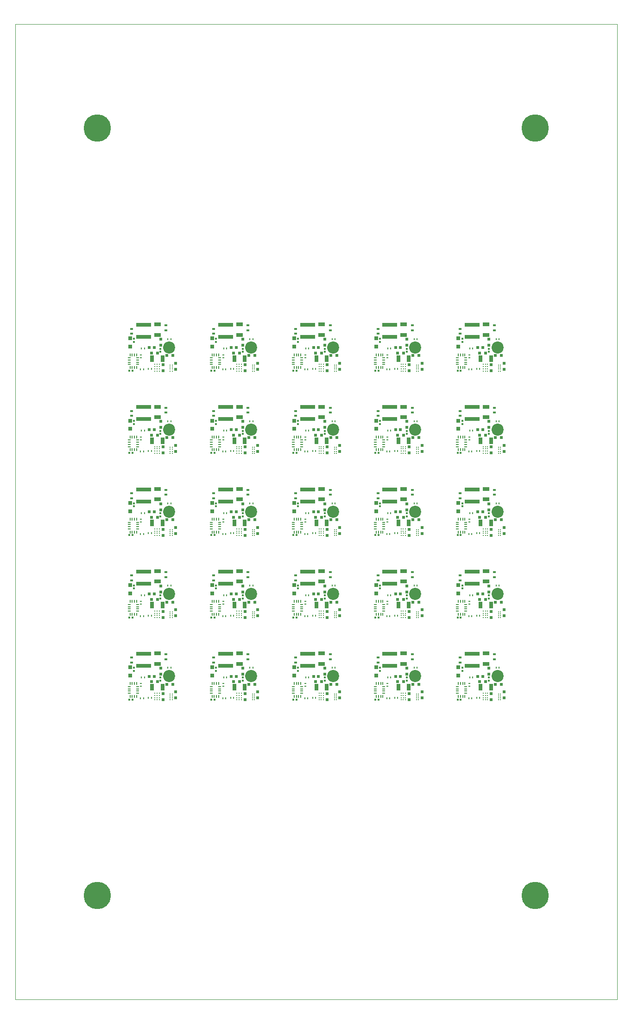
<source format=gbr>
G04 #@! TF.FileFunction,Paste,Bot*
%FSLAX46Y46*%
G04 Gerber Fmt 4.6, Leading zero omitted, Abs format (unit mm)*
G04 Created by KiCad (PCBNEW 4.0.7) date 03/09/18 11:46:10*
%MOMM*%
%LPD*%
G01*
G04 APERTURE LIST*
%ADD10C,0.100000*%
%ADD11C,0.010000*%
%ADD12R,0.500000X0.600000*%
%ADD13R,0.600000X0.500000*%
%ADD14R,0.350000X0.300000*%
%ADD15R,0.250000X0.300000*%
%ADD16R,1.300000X0.700000*%
%ADD17R,0.700000X1.300000*%
%ADD18C,0.230000*%
%ADD19C,0.200000*%
%ADD20R,0.300000X0.350000*%
%ADD21R,0.280000X0.430000*%
%ADD22R,2.700000X0.800000*%
%ADD23R,0.750000X0.800000*%
%ADD24R,0.600000X0.400000*%
%ADD25R,0.430000X0.280000*%
%ADD26R,0.563000X0.225000*%
%ADD27R,0.225000X0.563000*%
%ADD28C,2.200000*%
%ADD29C,5.000000*%
G04 APERTURE END LIST*
D10*
D11*
X-10000000Y134000000D02*
X100000000Y134000000D01*
X-10000000Y-44000000D02*
X100000000Y-44000000D01*
X100000000Y-44000000D02*
X100000000Y134000000D01*
X-10000000Y-44000000D02*
X-10000000Y134000000D01*
D12*
X74531980Y14998400D03*
X75431980Y14998400D03*
D13*
X78816560Y13535320D03*
X77716560Y13535320D03*
D14*
X76580000Y14770000D03*
X76580000Y14210000D03*
D12*
X76589800Y15395820D03*
X76589800Y16495820D03*
D15*
X77920080Y16527480D03*
X78470080Y16527480D03*
D14*
X71710000Y16570000D03*
X71710000Y16010000D03*
D16*
X76030000Y17280000D03*
X76030000Y19180000D03*
D12*
X77030000Y11830000D03*
X77030000Y10730000D03*
D17*
X75050000Y12990000D03*
X76950000Y12990000D03*
D18*
X75940000Y11500000D03*
X75540000Y11500000D03*
X76340000Y11500000D03*
X75940000Y11900000D03*
X75958000Y11100000D03*
X75940000Y10700000D03*
X75540000Y10700000D03*
X75540000Y11100000D03*
X76340000Y11100000D03*
X76340000Y10700000D03*
X76340000Y11900000D03*
X75540000Y11900000D03*
D12*
X79343160Y12127020D03*
X79343160Y11027020D03*
D19*
X78705000Y11755000D03*
X78355000Y11755000D03*
X78705000Y11405000D03*
X78355000Y11405000D03*
X78705000Y11055000D03*
X78355000Y11055000D03*
X78705000Y10705000D03*
X78355000Y10705000D03*
D13*
X76000000Y14010000D03*
X74900000Y14010000D03*
D20*
X71420000Y10750000D03*
X70860000Y10750000D03*
D21*
X73106540Y14795200D03*
X73626540Y14795200D03*
X73450000Y10990000D03*
X72930000Y10990000D03*
X74890000Y11080000D03*
X74370000Y11080000D03*
D22*
X73480000Y19110000D03*
X73480000Y16910000D03*
D23*
X71000000Y15140000D03*
X71000000Y16640000D03*
D24*
X71290000Y17500000D03*
X71290000Y18400000D03*
X77580000Y19020000D03*
X77580000Y18120000D03*
D25*
X73020000Y13670000D03*
X73020000Y13150000D03*
D26*
X70831500Y11900000D03*
X70831500Y12300000D03*
X70831500Y12700000D03*
X70831500Y13100000D03*
D27*
X71000000Y13668500D03*
X71400000Y13668500D03*
X71800000Y13668500D03*
X72200000Y13668500D03*
D26*
X72368500Y13100000D03*
X72368500Y12700000D03*
X72368500Y12300000D03*
X72368500Y11900000D03*
D27*
X72200000Y11331500D03*
X71800000Y11331500D03*
X71400000Y11331500D03*
X71000000Y11331500D03*
D26*
X55831500Y11900000D03*
X55831500Y12300000D03*
X55831500Y12700000D03*
X55831500Y13100000D03*
D27*
X56000000Y13668500D03*
X56400000Y13668500D03*
X56800000Y13668500D03*
X57200000Y13668500D03*
D26*
X57368500Y13100000D03*
X57368500Y12700000D03*
X57368500Y12300000D03*
X57368500Y11900000D03*
D27*
X57200000Y11331500D03*
X56800000Y11331500D03*
X56400000Y11331500D03*
X56000000Y11331500D03*
D25*
X58020000Y13670000D03*
X58020000Y13150000D03*
D24*
X62580000Y19020000D03*
X62580000Y18120000D03*
X56290000Y17500000D03*
X56290000Y18400000D03*
D23*
X56000000Y15140000D03*
X56000000Y16640000D03*
D22*
X58480000Y19110000D03*
X58480000Y16910000D03*
D21*
X59890000Y11080000D03*
X59370000Y11080000D03*
X58450000Y10990000D03*
X57930000Y10990000D03*
X58106540Y14795200D03*
X58626540Y14795200D03*
D20*
X56420000Y10750000D03*
X55860000Y10750000D03*
D13*
X61000000Y14010000D03*
X59900000Y14010000D03*
D19*
X63705000Y11755000D03*
X63355000Y11755000D03*
X63705000Y11405000D03*
X63355000Y11405000D03*
X63705000Y11055000D03*
X63355000Y11055000D03*
X63705000Y10705000D03*
X63355000Y10705000D03*
D12*
X64343160Y12127020D03*
X64343160Y11027020D03*
D18*
X60940000Y11500000D03*
X60540000Y11500000D03*
X61340000Y11500000D03*
X60940000Y11900000D03*
X60958000Y11100000D03*
X60940000Y10700000D03*
X60540000Y10700000D03*
X60540000Y11100000D03*
X61340000Y11100000D03*
X61340000Y10700000D03*
X61340000Y11900000D03*
X60540000Y11900000D03*
D17*
X60050000Y12990000D03*
X61950000Y12990000D03*
D12*
X62030000Y11830000D03*
X62030000Y10730000D03*
D16*
X61030000Y17280000D03*
X61030000Y19180000D03*
D14*
X56710000Y16570000D03*
X56710000Y16010000D03*
D15*
X62920080Y16527480D03*
X63470080Y16527480D03*
D12*
X61589800Y15395820D03*
X61589800Y16495820D03*
D14*
X61580000Y14770000D03*
X61580000Y14210000D03*
D13*
X63816560Y13535320D03*
X62716560Y13535320D03*
D12*
X59531980Y14998400D03*
X60431980Y14998400D03*
X44531980Y14998400D03*
X45431980Y14998400D03*
D13*
X48816560Y13535320D03*
X47716560Y13535320D03*
D14*
X46580000Y14770000D03*
X46580000Y14210000D03*
D12*
X46589800Y15395820D03*
X46589800Y16495820D03*
D15*
X47920080Y16527480D03*
X48470080Y16527480D03*
D14*
X41710000Y16570000D03*
X41710000Y16010000D03*
D16*
X46030000Y17280000D03*
X46030000Y19180000D03*
D12*
X47030000Y11830000D03*
X47030000Y10730000D03*
D17*
X45050000Y12990000D03*
X46950000Y12990000D03*
D18*
X45940000Y11500000D03*
X45540000Y11500000D03*
X46340000Y11500000D03*
X45940000Y11900000D03*
X45958000Y11100000D03*
X45940000Y10700000D03*
X45540000Y10700000D03*
X45540000Y11100000D03*
X46340000Y11100000D03*
X46340000Y10700000D03*
X46340000Y11900000D03*
X45540000Y11900000D03*
D12*
X49343160Y12127020D03*
X49343160Y11027020D03*
D19*
X48705000Y11755000D03*
X48355000Y11755000D03*
X48705000Y11405000D03*
X48355000Y11405000D03*
X48705000Y11055000D03*
X48355000Y11055000D03*
X48705000Y10705000D03*
X48355000Y10705000D03*
D13*
X46000000Y14010000D03*
X44900000Y14010000D03*
D20*
X41420000Y10750000D03*
X40860000Y10750000D03*
D21*
X43106540Y14795200D03*
X43626540Y14795200D03*
X43450000Y10990000D03*
X42930000Y10990000D03*
X44890000Y11080000D03*
X44370000Y11080000D03*
D22*
X43480000Y19110000D03*
X43480000Y16910000D03*
D23*
X41000000Y15140000D03*
X41000000Y16640000D03*
D24*
X41290000Y17500000D03*
X41290000Y18400000D03*
X47580000Y19020000D03*
X47580000Y18120000D03*
D25*
X43020000Y13670000D03*
X43020000Y13150000D03*
D26*
X40831500Y11900000D03*
X40831500Y12300000D03*
X40831500Y12700000D03*
X40831500Y13100000D03*
D27*
X41000000Y13668500D03*
X41400000Y13668500D03*
X41800000Y13668500D03*
X42200000Y13668500D03*
D26*
X42368500Y13100000D03*
X42368500Y12700000D03*
X42368500Y12300000D03*
X42368500Y11900000D03*
D27*
X42200000Y11331500D03*
X41800000Y11331500D03*
X41400000Y11331500D03*
X41000000Y11331500D03*
D26*
X25831500Y11900000D03*
X25831500Y12300000D03*
X25831500Y12700000D03*
X25831500Y13100000D03*
D27*
X26000000Y13668500D03*
X26400000Y13668500D03*
X26800000Y13668500D03*
X27200000Y13668500D03*
D26*
X27368500Y13100000D03*
X27368500Y12700000D03*
X27368500Y12300000D03*
X27368500Y11900000D03*
D27*
X27200000Y11331500D03*
X26800000Y11331500D03*
X26400000Y11331500D03*
X26000000Y11331500D03*
D25*
X28020000Y13670000D03*
X28020000Y13150000D03*
D24*
X32580000Y19020000D03*
X32580000Y18120000D03*
X26290000Y17500000D03*
X26290000Y18400000D03*
D23*
X26000000Y15140000D03*
X26000000Y16640000D03*
D22*
X28480000Y19110000D03*
X28480000Y16910000D03*
D21*
X29890000Y11080000D03*
X29370000Y11080000D03*
X28450000Y10990000D03*
X27930000Y10990000D03*
X28106540Y14795200D03*
X28626540Y14795200D03*
D20*
X26420000Y10750000D03*
X25860000Y10750000D03*
D13*
X31000000Y14010000D03*
X29900000Y14010000D03*
D19*
X33705000Y11755000D03*
X33355000Y11755000D03*
X33705000Y11405000D03*
X33355000Y11405000D03*
X33705000Y11055000D03*
X33355000Y11055000D03*
X33705000Y10705000D03*
X33355000Y10705000D03*
D12*
X34343160Y12127020D03*
X34343160Y11027020D03*
D18*
X30940000Y11500000D03*
X30540000Y11500000D03*
X31340000Y11500000D03*
X30940000Y11900000D03*
X30958000Y11100000D03*
X30940000Y10700000D03*
X30540000Y10700000D03*
X30540000Y11100000D03*
X31340000Y11100000D03*
X31340000Y10700000D03*
X31340000Y11900000D03*
X30540000Y11900000D03*
D17*
X30050000Y12990000D03*
X31950000Y12990000D03*
D12*
X32030000Y11830000D03*
X32030000Y10730000D03*
D16*
X31030000Y17280000D03*
X31030000Y19180000D03*
D14*
X26710000Y16570000D03*
X26710000Y16010000D03*
D15*
X32920080Y16527480D03*
X33470080Y16527480D03*
D12*
X31589800Y15395820D03*
X31589800Y16495820D03*
D14*
X31580000Y14770000D03*
X31580000Y14210000D03*
D13*
X33816560Y13535320D03*
X32716560Y13535320D03*
D12*
X29531980Y14998400D03*
X30431980Y14998400D03*
X14531980Y14998400D03*
X15431980Y14998400D03*
D13*
X18816560Y13535320D03*
X17716560Y13535320D03*
D14*
X16580000Y14770000D03*
X16580000Y14210000D03*
D12*
X16589800Y15395820D03*
X16589800Y16495820D03*
D15*
X17920080Y16527480D03*
X18470080Y16527480D03*
D14*
X11710000Y16570000D03*
X11710000Y16010000D03*
D16*
X16030000Y17280000D03*
X16030000Y19180000D03*
D12*
X17030000Y11830000D03*
X17030000Y10730000D03*
D17*
X15050000Y12990000D03*
X16950000Y12990000D03*
D18*
X15940000Y11500000D03*
X15540000Y11500000D03*
X16340000Y11500000D03*
X15940000Y11900000D03*
X15958000Y11100000D03*
X15940000Y10700000D03*
X15540000Y10700000D03*
X15540000Y11100000D03*
X16340000Y11100000D03*
X16340000Y10700000D03*
X16340000Y11900000D03*
X15540000Y11900000D03*
D12*
X19343160Y12127020D03*
X19343160Y11027020D03*
D19*
X18705000Y11755000D03*
X18355000Y11755000D03*
X18705000Y11405000D03*
X18355000Y11405000D03*
X18705000Y11055000D03*
X18355000Y11055000D03*
X18705000Y10705000D03*
X18355000Y10705000D03*
D13*
X16000000Y14010000D03*
X14900000Y14010000D03*
D20*
X11420000Y10750000D03*
X10860000Y10750000D03*
D21*
X13106540Y14795200D03*
X13626540Y14795200D03*
X13450000Y10990000D03*
X12930000Y10990000D03*
X14890000Y11080000D03*
X14370000Y11080000D03*
D22*
X13480000Y19110000D03*
X13480000Y16910000D03*
D23*
X11000000Y15140000D03*
X11000000Y16640000D03*
D24*
X11290000Y17500000D03*
X11290000Y18400000D03*
X17580000Y19020000D03*
X17580000Y18120000D03*
D25*
X13020000Y13670000D03*
X13020000Y13150000D03*
D26*
X10831500Y11900000D03*
X10831500Y12300000D03*
X10831500Y12700000D03*
X10831500Y13100000D03*
D27*
X11000000Y13668500D03*
X11400000Y13668500D03*
X11800000Y13668500D03*
X12200000Y13668500D03*
D26*
X12368500Y13100000D03*
X12368500Y12700000D03*
X12368500Y12300000D03*
X12368500Y11900000D03*
D27*
X12200000Y11331500D03*
X11800000Y11331500D03*
X11400000Y11331500D03*
X11000000Y11331500D03*
D26*
X10831500Y26900000D03*
X10831500Y27300000D03*
X10831500Y27700000D03*
X10831500Y28100000D03*
D27*
X11000000Y28668500D03*
X11400000Y28668500D03*
X11800000Y28668500D03*
X12200000Y28668500D03*
D26*
X12368500Y28100000D03*
X12368500Y27700000D03*
X12368500Y27300000D03*
X12368500Y26900000D03*
D27*
X12200000Y26331500D03*
X11800000Y26331500D03*
X11400000Y26331500D03*
X11000000Y26331500D03*
D25*
X13020000Y28670000D03*
X13020000Y28150000D03*
D24*
X17580000Y34020000D03*
X17580000Y33120000D03*
X11290000Y32500000D03*
X11290000Y33400000D03*
D23*
X11000000Y30140000D03*
X11000000Y31640000D03*
D22*
X13480000Y34110000D03*
X13480000Y31910000D03*
D21*
X14890000Y26080000D03*
X14370000Y26080000D03*
X13450000Y25990000D03*
X12930000Y25990000D03*
X13106540Y29795200D03*
X13626540Y29795200D03*
D20*
X11420000Y25750000D03*
X10860000Y25750000D03*
D13*
X16000000Y29010000D03*
X14900000Y29010000D03*
D19*
X18705000Y26755000D03*
X18355000Y26755000D03*
X18705000Y26405000D03*
X18355000Y26405000D03*
X18705000Y26055000D03*
X18355000Y26055000D03*
X18705000Y25705000D03*
X18355000Y25705000D03*
D12*
X19343160Y27127020D03*
X19343160Y26027020D03*
D18*
X15940000Y26500000D03*
X15540000Y26500000D03*
X16340000Y26500000D03*
X15940000Y26900000D03*
X15958000Y26100000D03*
X15940000Y25700000D03*
X15540000Y25700000D03*
X15540000Y26100000D03*
X16340000Y26100000D03*
X16340000Y25700000D03*
X16340000Y26900000D03*
X15540000Y26900000D03*
D17*
X15050000Y27990000D03*
X16950000Y27990000D03*
D12*
X17030000Y26830000D03*
X17030000Y25730000D03*
D16*
X16030000Y32280000D03*
X16030000Y34180000D03*
D14*
X11710000Y31570000D03*
X11710000Y31010000D03*
D15*
X17920080Y31527480D03*
X18470080Y31527480D03*
D12*
X16589800Y30395820D03*
X16589800Y31495820D03*
D14*
X16580000Y29770000D03*
X16580000Y29210000D03*
D13*
X18816560Y28535320D03*
X17716560Y28535320D03*
D12*
X14531980Y29998400D03*
X15431980Y29998400D03*
X29531980Y29998400D03*
X30431980Y29998400D03*
D13*
X33816560Y28535320D03*
X32716560Y28535320D03*
D14*
X31580000Y29770000D03*
X31580000Y29210000D03*
D12*
X31589800Y30395820D03*
X31589800Y31495820D03*
D15*
X32920080Y31527480D03*
X33470080Y31527480D03*
D14*
X26710000Y31570000D03*
X26710000Y31010000D03*
D16*
X31030000Y32280000D03*
X31030000Y34180000D03*
D12*
X32030000Y26830000D03*
X32030000Y25730000D03*
D17*
X30050000Y27990000D03*
X31950000Y27990000D03*
D18*
X30940000Y26500000D03*
X30540000Y26500000D03*
X31340000Y26500000D03*
X30940000Y26900000D03*
X30958000Y26100000D03*
X30940000Y25700000D03*
X30540000Y25700000D03*
X30540000Y26100000D03*
X31340000Y26100000D03*
X31340000Y25700000D03*
X31340000Y26900000D03*
X30540000Y26900000D03*
D12*
X34343160Y27127020D03*
X34343160Y26027020D03*
D19*
X33705000Y26755000D03*
X33355000Y26755000D03*
X33705000Y26405000D03*
X33355000Y26405000D03*
X33705000Y26055000D03*
X33355000Y26055000D03*
X33705000Y25705000D03*
X33355000Y25705000D03*
D13*
X31000000Y29010000D03*
X29900000Y29010000D03*
D20*
X26420000Y25750000D03*
X25860000Y25750000D03*
D21*
X28106540Y29795200D03*
X28626540Y29795200D03*
X28450000Y25990000D03*
X27930000Y25990000D03*
X29890000Y26080000D03*
X29370000Y26080000D03*
D22*
X28480000Y34110000D03*
X28480000Y31910000D03*
D23*
X26000000Y30140000D03*
X26000000Y31640000D03*
D24*
X26290000Y32500000D03*
X26290000Y33400000D03*
X32580000Y34020000D03*
X32580000Y33120000D03*
D25*
X28020000Y28670000D03*
X28020000Y28150000D03*
D26*
X25831500Y26900000D03*
X25831500Y27300000D03*
X25831500Y27700000D03*
X25831500Y28100000D03*
D27*
X26000000Y28668500D03*
X26400000Y28668500D03*
X26800000Y28668500D03*
X27200000Y28668500D03*
D26*
X27368500Y28100000D03*
X27368500Y27700000D03*
X27368500Y27300000D03*
X27368500Y26900000D03*
D27*
X27200000Y26331500D03*
X26800000Y26331500D03*
X26400000Y26331500D03*
X26000000Y26331500D03*
D26*
X40831500Y26900000D03*
X40831500Y27300000D03*
X40831500Y27700000D03*
X40831500Y28100000D03*
D27*
X41000000Y28668500D03*
X41400000Y28668500D03*
X41800000Y28668500D03*
X42200000Y28668500D03*
D26*
X42368500Y28100000D03*
X42368500Y27700000D03*
X42368500Y27300000D03*
X42368500Y26900000D03*
D27*
X42200000Y26331500D03*
X41800000Y26331500D03*
X41400000Y26331500D03*
X41000000Y26331500D03*
D25*
X43020000Y28670000D03*
X43020000Y28150000D03*
D24*
X47580000Y34020000D03*
X47580000Y33120000D03*
X41290000Y32500000D03*
X41290000Y33400000D03*
D23*
X41000000Y30140000D03*
X41000000Y31640000D03*
D22*
X43480000Y34110000D03*
X43480000Y31910000D03*
D21*
X44890000Y26080000D03*
X44370000Y26080000D03*
X43450000Y25990000D03*
X42930000Y25990000D03*
X43106540Y29795200D03*
X43626540Y29795200D03*
D20*
X41420000Y25750000D03*
X40860000Y25750000D03*
D13*
X46000000Y29010000D03*
X44900000Y29010000D03*
D19*
X48705000Y26755000D03*
X48355000Y26755000D03*
X48705000Y26405000D03*
X48355000Y26405000D03*
X48705000Y26055000D03*
X48355000Y26055000D03*
X48705000Y25705000D03*
X48355000Y25705000D03*
D12*
X49343160Y27127020D03*
X49343160Y26027020D03*
D18*
X45940000Y26500000D03*
X45540000Y26500000D03*
X46340000Y26500000D03*
X45940000Y26900000D03*
X45958000Y26100000D03*
X45940000Y25700000D03*
X45540000Y25700000D03*
X45540000Y26100000D03*
X46340000Y26100000D03*
X46340000Y25700000D03*
X46340000Y26900000D03*
X45540000Y26900000D03*
D17*
X45050000Y27990000D03*
X46950000Y27990000D03*
D12*
X47030000Y26830000D03*
X47030000Y25730000D03*
D16*
X46030000Y32280000D03*
X46030000Y34180000D03*
D14*
X41710000Y31570000D03*
X41710000Y31010000D03*
D15*
X47920080Y31527480D03*
X48470080Y31527480D03*
D12*
X46589800Y30395820D03*
X46589800Y31495820D03*
D14*
X46580000Y29770000D03*
X46580000Y29210000D03*
D13*
X48816560Y28535320D03*
X47716560Y28535320D03*
D12*
X44531980Y29998400D03*
X45431980Y29998400D03*
X59531980Y29998400D03*
X60431980Y29998400D03*
D13*
X63816560Y28535320D03*
X62716560Y28535320D03*
D14*
X61580000Y29770000D03*
X61580000Y29210000D03*
D12*
X61589800Y30395820D03*
X61589800Y31495820D03*
D15*
X62920080Y31527480D03*
X63470080Y31527480D03*
D14*
X56710000Y31570000D03*
X56710000Y31010000D03*
D16*
X61030000Y32280000D03*
X61030000Y34180000D03*
D12*
X62030000Y26830000D03*
X62030000Y25730000D03*
D17*
X60050000Y27990000D03*
X61950000Y27990000D03*
D18*
X60940000Y26500000D03*
X60540000Y26500000D03*
X61340000Y26500000D03*
X60940000Y26900000D03*
X60958000Y26100000D03*
X60940000Y25700000D03*
X60540000Y25700000D03*
X60540000Y26100000D03*
X61340000Y26100000D03*
X61340000Y25700000D03*
X61340000Y26900000D03*
X60540000Y26900000D03*
D12*
X64343160Y27127020D03*
X64343160Y26027020D03*
D19*
X63705000Y26755000D03*
X63355000Y26755000D03*
X63705000Y26405000D03*
X63355000Y26405000D03*
X63705000Y26055000D03*
X63355000Y26055000D03*
X63705000Y25705000D03*
X63355000Y25705000D03*
D13*
X61000000Y29010000D03*
X59900000Y29010000D03*
D20*
X56420000Y25750000D03*
X55860000Y25750000D03*
D21*
X58106540Y29795200D03*
X58626540Y29795200D03*
X58450000Y25990000D03*
X57930000Y25990000D03*
X59890000Y26080000D03*
X59370000Y26080000D03*
D22*
X58480000Y34110000D03*
X58480000Y31910000D03*
D23*
X56000000Y30140000D03*
X56000000Y31640000D03*
D24*
X56290000Y32500000D03*
X56290000Y33400000D03*
X62580000Y34020000D03*
X62580000Y33120000D03*
D25*
X58020000Y28670000D03*
X58020000Y28150000D03*
D26*
X55831500Y26900000D03*
X55831500Y27300000D03*
X55831500Y27700000D03*
X55831500Y28100000D03*
D27*
X56000000Y28668500D03*
X56400000Y28668500D03*
X56800000Y28668500D03*
X57200000Y28668500D03*
D26*
X57368500Y28100000D03*
X57368500Y27700000D03*
X57368500Y27300000D03*
X57368500Y26900000D03*
D27*
X57200000Y26331500D03*
X56800000Y26331500D03*
X56400000Y26331500D03*
X56000000Y26331500D03*
D26*
X70831500Y26900000D03*
X70831500Y27300000D03*
X70831500Y27700000D03*
X70831500Y28100000D03*
D27*
X71000000Y28668500D03*
X71400000Y28668500D03*
X71800000Y28668500D03*
X72200000Y28668500D03*
D26*
X72368500Y28100000D03*
X72368500Y27700000D03*
X72368500Y27300000D03*
X72368500Y26900000D03*
D27*
X72200000Y26331500D03*
X71800000Y26331500D03*
X71400000Y26331500D03*
X71000000Y26331500D03*
D25*
X73020000Y28670000D03*
X73020000Y28150000D03*
D24*
X77580000Y34020000D03*
X77580000Y33120000D03*
X71290000Y32500000D03*
X71290000Y33400000D03*
D23*
X71000000Y30140000D03*
X71000000Y31640000D03*
D22*
X73480000Y34110000D03*
X73480000Y31910000D03*
D21*
X74890000Y26080000D03*
X74370000Y26080000D03*
X73450000Y25990000D03*
X72930000Y25990000D03*
X73106540Y29795200D03*
X73626540Y29795200D03*
D20*
X71420000Y25750000D03*
X70860000Y25750000D03*
D13*
X76000000Y29010000D03*
X74900000Y29010000D03*
D19*
X78705000Y26755000D03*
X78355000Y26755000D03*
X78705000Y26405000D03*
X78355000Y26405000D03*
X78705000Y26055000D03*
X78355000Y26055000D03*
X78705000Y25705000D03*
X78355000Y25705000D03*
D12*
X79343160Y27127020D03*
X79343160Y26027020D03*
D18*
X75940000Y26500000D03*
X75540000Y26500000D03*
X76340000Y26500000D03*
X75940000Y26900000D03*
X75958000Y26100000D03*
X75940000Y25700000D03*
X75540000Y25700000D03*
X75540000Y26100000D03*
X76340000Y26100000D03*
X76340000Y25700000D03*
X76340000Y26900000D03*
X75540000Y26900000D03*
D17*
X75050000Y27990000D03*
X76950000Y27990000D03*
D12*
X77030000Y26830000D03*
X77030000Y25730000D03*
D16*
X76030000Y32280000D03*
X76030000Y34180000D03*
D14*
X71710000Y31570000D03*
X71710000Y31010000D03*
D15*
X77920080Y31527480D03*
X78470080Y31527480D03*
D12*
X76589800Y30395820D03*
X76589800Y31495820D03*
D14*
X76580000Y29770000D03*
X76580000Y29210000D03*
D13*
X78816560Y28535320D03*
X77716560Y28535320D03*
D12*
X74531980Y29998400D03*
X75431980Y29998400D03*
X74531980Y44998400D03*
X75431980Y44998400D03*
D13*
X78816560Y43535320D03*
X77716560Y43535320D03*
D14*
X76580000Y44770000D03*
X76580000Y44210000D03*
D12*
X76589800Y45395820D03*
X76589800Y46495820D03*
D15*
X77920080Y46527480D03*
X78470080Y46527480D03*
D14*
X71710000Y46570000D03*
X71710000Y46010000D03*
D16*
X76030000Y47280000D03*
X76030000Y49180000D03*
D12*
X77030000Y41830000D03*
X77030000Y40730000D03*
D17*
X75050000Y42990000D03*
X76950000Y42990000D03*
D18*
X75940000Y41500000D03*
X75540000Y41500000D03*
X76340000Y41500000D03*
X75940000Y41900000D03*
X75958000Y41100000D03*
X75940000Y40700000D03*
X75540000Y40700000D03*
X75540000Y41100000D03*
X76340000Y41100000D03*
X76340000Y40700000D03*
X76340000Y41900000D03*
X75540000Y41900000D03*
D12*
X79343160Y42127020D03*
X79343160Y41027020D03*
D19*
X78705000Y41755000D03*
X78355000Y41755000D03*
X78705000Y41405000D03*
X78355000Y41405000D03*
X78705000Y41055000D03*
X78355000Y41055000D03*
X78705000Y40705000D03*
X78355000Y40705000D03*
D13*
X76000000Y44010000D03*
X74900000Y44010000D03*
D20*
X71420000Y40750000D03*
X70860000Y40750000D03*
D21*
X73106540Y44795200D03*
X73626540Y44795200D03*
X73450000Y40990000D03*
X72930000Y40990000D03*
X74890000Y41080000D03*
X74370000Y41080000D03*
D22*
X73480000Y49110000D03*
X73480000Y46910000D03*
D23*
X71000000Y45140000D03*
X71000000Y46640000D03*
D24*
X71290000Y47500000D03*
X71290000Y48400000D03*
X77580000Y49020000D03*
X77580000Y48120000D03*
D25*
X73020000Y43670000D03*
X73020000Y43150000D03*
D26*
X70831500Y41900000D03*
X70831500Y42300000D03*
X70831500Y42700000D03*
X70831500Y43100000D03*
D27*
X71000000Y43668500D03*
X71400000Y43668500D03*
X71800000Y43668500D03*
X72200000Y43668500D03*
D26*
X72368500Y43100000D03*
X72368500Y42700000D03*
X72368500Y42300000D03*
X72368500Y41900000D03*
D27*
X72200000Y41331500D03*
X71800000Y41331500D03*
X71400000Y41331500D03*
X71000000Y41331500D03*
D26*
X55831500Y41900000D03*
X55831500Y42300000D03*
X55831500Y42700000D03*
X55831500Y43100000D03*
D27*
X56000000Y43668500D03*
X56400000Y43668500D03*
X56800000Y43668500D03*
X57200000Y43668500D03*
D26*
X57368500Y43100000D03*
X57368500Y42700000D03*
X57368500Y42300000D03*
X57368500Y41900000D03*
D27*
X57200000Y41331500D03*
X56800000Y41331500D03*
X56400000Y41331500D03*
X56000000Y41331500D03*
D25*
X58020000Y43670000D03*
X58020000Y43150000D03*
D24*
X62580000Y49020000D03*
X62580000Y48120000D03*
X56290000Y47500000D03*
X56290000Y48400000D03*
D23*
X56000000Y45140000D03*
X56000000Y46640000D03*
D22*
X58480000Y49110000D03*
X58480000Y46910000D03*
D21*
X59890000Y41080000D03*
X59370000Y41080000D03*
X58450000Y40990000D03*
X57930000Y40990000D03*
X58106540Y44795200D03*
X58626540Y44795200D03*
D20*
X56420000Y40750000D03*
X55860000Y40750000D03*
D13*
X61000000Y44010000D03*
X59900000Y44010000D03*
D19*
X63705000Y41755000D03*
X63355000Y41755000D03*
X63705000Y41405000D03*
X63355000Y41405000D03*
X63705000Y41055000D03*
X63355000Y41055000D03*
X63705000Y40705000D03*
X63355000Y40705000D03*
D12*
X64343160Y42127020D03*
X64343160Y41027020D03*
D18*
X60940000Y41500000D03*
X60540000Y41500000D03*
X61340000Y41500000D03*
X60940000Y41900000D03*
X60958000Y41100000D03*
X60940000Y40700000D03*
X60540000Y40700000D03*
X60540000Y41100000D03*
X61340000Y41100000D03*
X61340000Y40700000D03*
X61340000Y41900000D03*
X60540000Y41900000D03*
D17*
X60050000Y42990000D03*
X61950000Y42990000D03*
D12*
X62030000Y41830000D03*
X62030000Y40730000D03*
D16*
X61030000Y47280000D03*
X61030000Y49180000D03*
D14*
X56710000Y46570000D03*
X56710000Y46010000D03*
D15*
X62920080Y46527480D03*
X63470080Y46527480D03*
D12*
X61589800Y45395820D03*
X61589800Y46495820D03*
D14*
X61580000Y44770000D03*
X61580000Y44210000D03*
D13*
X63816560Y43535320D03*
X62716560Y43535320D03*
D12*
X59531980Y44998400D03*
X60431980Y44998400D03*
X44531980Y44998400D03*
X45431980Y44998400D03*
D13*
X48816560Y43535320D03*
X47716560Y43535320D03*
D14*
X46580000Y44770000D03*
X46580000Y44210000D03*
D12*
X46589800Y45395820D03*
X46589800Y46495820D03*
D15*
X47920080Y46527480D03*
X48470080Y46527480D03*
D14*
X41710000Y46570000D03*
X41710000Y46010000D03*
D16*
X46030000Y47280000D03*
X46030000Y49180000D03*
D12*
X47030000Y41830000D03*
X47030000Y40730000D03*
D17*
X45050000Y42990000D03*
X46950000Y42990000D03*
D18*
X45940000Y41500000D03*
X45540000Y41500000D03*
X46340000Y41500000D03*
X45940000Y41900000D03*
X45958000Y41100000D03*
X45940000Y40700000D03*
X45540000Y40700000D03*
X45540000Y41100000D03*
X46340000Y41100000D03*
X46340000Y40700000D03*
X46340000Y41900000D03*
X45540000Y41900000D03*
D12*
X49343160Y42127020D03*
X49343160Y41027020D03*
D19*
X48705000Y41755000D03*
X48355000Y41755000D03*
X48705000Y41405000D03*
X48355000Y41405000D03*
X48705000Y41055000D03*
X48355000Y41055000D03*
X48705000Y40705000D03*
X48355000Y40705000D03*
D13*
X46000000Y44010000D03*
X44900000Y44010000D03*
D20*
X41420000Y40750000D03*
X40860000Y40750000D03*
D21*
X43106540Y44795200D03*
X43626540Y44795200D03*
X43450000Y40990000D03*
X42930000Y40990000D03*
X44890000Y41080000D03*
X44370000Y41080000D03*
D22*
X43480000Y49110000D03*
X43480000Y46910000D03*
D23*
X41000000Y45140000D03*
X41000000Y46640000D03*
D24*
X41290000Y47500000D03*
X41290000Y48400000D03*
X47580000Y49020000D03*
X47580000Y48120000D03*
D25*
X43020000Y43670000D03*
X43020000Y43150000D03*
D26*
X40831500Y41900000D03*
X40831500Y42300000D03*
X40831500Y42700000D03*
X40831500Y43100000D03*
D27*
X41000000Y43668500D03*
X41400000Y43668500D03*
X41800000Y43668500D03*
X42200000Y43668500D03*
D26*
X42368500Y43100000D03*
X42368500Y42700000D03*
X42368500Y42300000D03*
X42368500Y41900000D03*
D27*
X42200000Y41331500D03*
X41800000Y41331500D03*
X41400000Y41331500D03*
X41000000Y41331500D03*
D26*
X25831500Y41900000D03*
X25831500Y42300000D03*
X25831500Y42700000D03*
X25831500Y43100000D03*
D27*
X26000000Y43668500D03*
X26400000Y43668500D03*
X26800000Y43668500D03*
X27200000Y43668500D03*
D26*
X27368500Y43100000D03*
X27368500Y42700000D03*
X27368500Y42300000D03*
X27368500Y41900000D03*
D27*
X27200000Y41331500D03*
X26800000Y41331500D03*
X26400000Y41331500D03*
X26000000Y41331500D03*
D25*
X28020000Y43670000D03*
X28020000Y43150000D03*
D24*
X32580000Y49020000D03*
X32580000Y48120000D03*
X26290000Y47500000D03*
X26290000Y48400000D03*
D23*
X26000000Y45140000D03*
X26000000Y46640000D03*
D22*
X28480000Y49110000D03*
X28480000Y46910000D03*
D21*
X29890000Y41080000D03*
X29370000Y41080000D03*
X28450000Y40990000D03*
X27930000Y40990000D03*
X28106540Y44795200D03*
X28626540Y44795200D03*
D20*
X26420000Y40750000D03*
X25860000Y40750000D03*
D13*
X31000000Y44010000D03*
X29900000Y44010000D03*
D19*
X33705000Y41755000D03*
X33355000Y41755000D03*
X33705000Y41405000D03*
X33355000Y41405000D03*
X33705000Y41055000D03*
X33355000Y41055000D03*
X33705000Y40705000D03*
X33355000Y40705000D03*
D12*
X34343160Y42127020D03*
X34343160Y41027020D03*
D18*
X30940000Y41500000D03*
X30540000Y41500000D03*
X31340000Y41500000D03*
X30940000Y41900000D03*
X30958000Y41100000D03*
X30940000Y40700000D03*
X30540000Y40700000D03*
X30540000Y41100000D03*
X31340000Y41100000D03*
X31340000Y40700000D03*
X31340000Y41900000D03*
X30540000Y41900000D03*
D17*
X30050000Y42990000D03*
X31950000Y42990000D03*
D12*
X32030000Y41830000D03*
X32030000Y40730000D03*
D16*
X31030000Y47280000D03*
X31030000Y49180000D03*
D14*
X26710000Y46570000D03*
X26710000Y46010000D03*
D15*
X32920080Y46527480D03*
X33470080Y46527480D03*
D12*
X31589800Y45395820D03*
X31589800Y46495820D03*
D14*
X31580000Y44770000D03*
X31580000Y44210000D03*
D13*
X33816560Y43535320D03*
X32716560Y43535320D03*
D12*
X29531980Y44998400D03*
X30431980Y44998400D03*
X14531980Y44998400D03*
X15431980Y44998400D03*
D13*
X18816560Y43535320D03*
X17716560Y43535320D03*
D14*
X16580000Y44770000D03*
X16580000Y44210000D03*
D12*
X16589800Y45395820D03*
X16589800Y46495820D03*
D15*
X17920080Y46527480D03*
X18470080Y46527480D03*
D14*
X11710000Y46570000D03*
X11710000Y46010000D03*
D16*
X16030000Y47280000D03*
X16030000Y49180000D03*
D12*
X17030000Y41830000D03*
X17030000Y40730000D03*
D17*
X15050000Y42990000D03*
X16950000Y42990000D03*
D18*
X15940000Y41500000D03*
X15540000Y41500000D03*
X16340000Y41500000D03*
X15940000Y41900000D03*
X15958000Y41100000D03*
X15940000Y40700000D03*
X15540000Y40700000D03*
X15540000Y41100000D03*
X16340000Y41100000D03*
X16340000Y40700000D03*
X16340000Y41900000D03*
X15540000Y41900000D03*
D12*
X19343160Y42127020D03*
X19343160Y41027020D03*
D19*
X18705000Y41755000D03*
X18355000Y41755000D03*
X18705000Y41405000D03*
X18355000Y41405000D03*
X18705000Y41055000D03*
X18355000Y41055000D03*
X18705000Y40705000D03*
X18355000Y40705000D03*
D13*
X16000000Y44010000D03*
X14900000Y44010000D03*
D20*
X11420000Y40750000D03*
X10860000Y40750000D03*
D21*
X13106540Y44795200D03*
X13626540Y44795200D03*
X13450000Y40990000D03*
X12930000Y40990000D03*
X14890000Y41080000D03*
X14370000Y41080000D03*
D22*
X13480000Y49110000D03*
X13480000Y46910000D03*
D23*
X11000000Y45140000D03*
X11000000Y46640000D03*
D24*
X11290000Y47500000D03*
X11290000Y48400000D03*
X17580000Y49020000D03*
X17580000Y48120000D03*
D25*
X13020000Y43670000D03*
X13020000Y43150000D03*
D26*
X10831500Y41900000D03*
X10831500Y42300000D03*
X10831500Y42700000D03*
X10831500Y43100000D03*
D27*
X11000000Y43668500D03*
X11400000Y43668500D03*
X11800000Y43668500D03*
X12200000Y43668500D03*
D26*
X12368500Y43100000D03*
X12368500Y42700000D03*
X12368500Y42300000D03*
X12368500Y41900000D03*
D27*
X12200000Y41331500D03*
X11800000Y41331500D03*
X11400000Y41331500D03*
X11000000Y41331500D03*
D26*
X10831500Y56900000D03*
X10831500Y57300000D03*
X10831500Y57700000D03*
X10831500Y58100000D03*
D27*
X11000000Y58668500D03*
X11400000Y58668500D03*
X11800000Y58668500D03*
X12200000Y58668500D03*
D26*
X12368500Y58100000D03*
X12368500Y57700000D03*
X12368500Y57300000D03*
X12368500Y56900000D03*
D27*
X12200000Y56331500D03*
X11800000Y56331500D03*
X11400000Y56331500D03*
X11000000Y56331500D03*
D25*
X13020000Y58670000D03*
X13020000Y58150000D03*
D24*
X17580000Y64020000D03*
X17580000Y63120000D03*
X11290000Y62500000D03*
X11290000Y63400000D03*
D23*
X11000000Y60140000D03*
X11000000Y61640000D03*
D22*
X13480000Y64110000D03*
X13480000Y61910000D03*
D21*
X14890000Y56080000D03*
X14370000Y56080000D03*
X13450000Y55990000D03*
X12930000Y55990000D03*
X13106540Y59795200D03*
X13626540Y59795200D03*
D20*
X11420000Y55750000D03*
X10860000Y55750000D03*
D13*
X16000000Y59010000D03*
X14900000Y59010000D03*
D19*
X18705000Y56755000D03*
X18355000Y56755000D03*
X18705000Y56405000D03*
X18355000Y56405000D03*
X18705000Y56055000D03*
X18355000Y56055000D03*
X18705000Y55705000D03*
X18355000Y55705000D03*
D12*
X19343160Y57127020D03*
X19343160Y56027020D03*
D18*
X15940000Y56500000D03*
X15540000Y56500000D03*
X16340000Y56500000D03*
X15940000Y56900000D03*
X15958000Y56100000D03*
X15940000Y55700000D03*
X15540000Y55700000D03*
X15540000Y56100000D03*
X16340000Y56100000D03*
X16340000Y55700000D03*
X16340000Y56900000D03*
X15540000Y56900000D03*
D17*
X15050000Y57990000D03*
X16950000Y57990000D03*
D12*
X17030000Y56830000D03*
X17030000Y55730000D03*
D16*
X16030000Y62280000D03*
X16030000Y64180000D03*
D14*
X11710000Y61570000D03*
X11710000Y61010000D03*
D15*
X17920080Y61527480D03*
X18470080Y61527480D03*
D12*
X16589800Y60395820D03*
X16589800Y61495820D03*
D14*
X16580000Y59770000D03*
X16580000Y59210000D03*
D13*
X18816560Y58535320D03*
X17716560Y58535320D03*
D12*
X14531980Y59998400D03*
X15431980Y59998400D03*
X29531980Y59998400D03*
X30431980Y59998400D03*
D13*
X33816560Y58535320D03*
X32716560Y58535320D03*
D14*
X31580000Y59770000D03*
X31580000Y59210000D03*
D12*
X31589800Y60395820D03*
X31589800Y61495820D03*
D15*
X32920080Y61527480D03*
X33470080Y61527480D03*
D14*
X26710000Y61570000D03*
X26710000Y61010000D03*
D16*
X31030000Y62280000D03*
X31030000Y64180000D03*
D12*
X32030000Y56830000D03*
X32030000Y55730000D03*
D17*
X30050000Y57990000D03*
X31950000Y57990000D03*
D18*
X30940000Y56500000D03*
X30540000Y56500000D03*
X31340000Y56500000D03*
X30940000Y56900000D03*
X30958000Y56100000D03*
X30940000Y55700000D03*
X30540000Y55700000D03*
X30540000Y56100000D03*
X31340000Y56100000D03*
X31340000Y55700000D03*
X31340000Y56900000D03*
X30540000Y56900000D03*
D12*
X34343160Y57127020D03*
X34343160Y56027020D03*
D19*
X33705000Y56755000D03*
X33355000Y56755000D03*
X33705000Y56405000D03*
X33355000Y56405000D03*
X33705000Y56055000D03*
X33355000Y56055000D03*
X33705000Y55705000D03*
X33355000Y55705000D03*
D13*
X31000000Y59010000D03*
X29900000Y59010000D03*
D20*
X26420000Y55750000D03*
X25860000Y55750000D03*
D21*
X28106540Y59795200D03*
X28626540Y59795200D03*
X28450000Y55990000D03*
X27930000Y55990000D03*
X29890000Y56080000D03*
X29370000Y56080000D03*
D22*
X28480000Y64110000D03*
X28480000Y61910000D03*
D23*
X26000000Y60140000D03*
X26000000Y61640000D03*
D24*
X26290000Y62500000D03*
X26290000Y63400000D03*
X32580000Y64020000D03*
X32580000Y63120000D03*
D25*
X28020000Y58670000D03*
X28020000Y58150000D03*
D26*
X25831500Y56900000D03*
X25831500Y57300000D03*
X25831500Y57700000D03*
X25831500Y58100000D03*
D27*
X26000000Y58668500D03*
X26400000Y58668500D03*
X26800000Y58668500D03*
X27200000Y58668500D03*
D26*
X27368500Y58100000D03*
X27368500Y57700000D03*
X27368500Y57300000D03*
X27368500Y56900000D03*
D27*
X27200000Y56331500D03*
X26800000Y56331500D03*
X26400000Y56331500D03*
X26000000Y56331500D03*
D26*
X40831500Y56900000D03*
X40831500Y57300000D03*
X40831500Y57700000D03*
X40831500Y58100000D03*
D27*
X41000000Y58668500D03*
X41400000Y58668500D03*
X41800000Y58668500D03*
X42200000Y58668500D03*
D26*
X42368500Y58100000D03*
X42368500Y57700000D03*
X42368500Y57300000D03*
X42368500Y56900000D03*
D27*
X42200000Y56331500D03*
X41800000Y56331500D03*
X41400000Y56331500D03*
X41000000Y56331500D03*
D25*
X43020000Y58670000D03*
X43020000Y58150000D03*
D24*
X47580000Y64020000D03*
X47580000Y63120000D03*
X41290000Y62500000D03*
X41290000Y63400000D03*
D23*
X41000000Y60140000D03*
X41000000Y61640000D03*
D22*
X43480000Y64110000D03*
X43480000Y61910000D03*
D21*
X44890000Y56080000D03*
X44370000Y56080000D03*
X43450000Y55990000D03*
X42930000Y55990000D03*
X43106540Y59795200D03*
X43626540Y59795200D03*
D20*
X41420000Y55750000D03*
X40860000Y55750000D03*
D13*
X46000000Y59010000D03*
X44900000Y59010000D03*
D19*
X48705000Y56755000D03*
X48355000Y56755000D03*
X48705000Y56405000D03*
X48355000Y56405000D03*
X48705000Y56055000D03*
X48355000Y56055000D03*
X48705000Y55705000D03*
X48355000Y55705000D03*
D12*
X49343160Y57127020D03*
X49343160Y56027020D03*
D18*
X45940000Y56500000D03*
X45540000Y56500000D03*
X46340000Y56500000D03*
X45940000Y56900000D03*
X45958000Y56100000D03*
X45940000Y55700000D03*
X45540000Y55700000D03*
X45540000Y56100000D03*
X46340000Y56100000D03*
X46340000Y55700000D03*
X46340000Y56900000D03*
X45540000Y56900000D03*
D17*
X45050000Y57990000D03*
X46950000Y57990000D03*
D12*
X47030000Y56830000D03*
X47030000Y55730000D03*
D16*
X46030000Y62280000D03*
X46030000Y64180000D03*
D14*
X41710000Y61570000D03*
X41710000Y61010000D03*
D15*
X47920080Y61527480D03*
X48470080Y61527480D03*
D12*
X46589800Y60395820D03*
X46589800Y61495820D03*
D14*
X46580000Y59770000D03*
X46580000Y59210000D03*
D13*
X48816560Y58535320D03*
X47716560Y58535320D03*
D12*
X44531980Y59998400D03*
X45431980Y59998400D03*
X59531980Y59998400D03*
X60431980Y59998400D03*
D13*
X63816560Y58535320D03*
X62716560Y58535320D03*
D14*
X61580000Y59770000D03*
X61580000Y59210000D03*
D12*
X61589800Y60395820D03*
X61589800Y61495820D03*
D15*
X62920080Y61527480D03*
X63470080Y61527480D03*
D14*
X56710000Y61570000D03*
X56710000Y61010000D03*
D16*
X61030000Y62280000D03*
X61030000Y64180000D03*
D12*
X62030000Y56830000D03*
X62030000Y55730000D03*
D17*
X60050000Y57990000D03*
X61950000Y57990000D03*
D18*
X60940000Y56500000D03*
X60540000Y56500000D03*
X61340000Y56500000D03*
X60940000Y56900000D03*
X60958000Y56100000D03*
X60940000Y55700000D03*
X60540000Y55700000D03*
X60540000Y56100000D03*
X61340000Y56100000D03*
X61340000Y55700000D03*
X61340000Y56900000D03*
X60540000Y56900000D03*
D12*
X64343160Y57127020D03*
X64343160Y56027020D03*
D19*
X63705000Y56755000D03*
X63355000Y56755000D03*
X63705000Y56405000D03*
X63355000Y56405000D03*
X63705000Y56055000D03*
X63355000Y56055000D03*
X63705000Y55705000D03*
X63355000Y55705000D03*
D13*
X61000000Y59010000D03*
X59900000Y59010000D03*
D20*
X56420000Y55750000D03*
X55860000Y55750000D03*
D21*
X58106540Y59795200D03*
X58626540Y59795200D03*
X58450000Y55990000D03*
X57930000Y55990000D03*
X59890000Y56080000D03*
X59370000Y56080000D03*
D22*
X58480000Y64110000D03*
X58480000Y61910000D03*
D23*
X56000000Y60140000D03*
X56000000Y61640000D03*
D24*
X56290000Y62500000D03*
X56290000Y63400000D03*
X62580000Y64020000D03*
X62580000Y63120000D03*
D25*
X58020000Y58670000D03*
X58020000Y58150000D03*
D26*
X55831500Y56900000D03*
X55831500Y57300000D03*
X55831500Y57700000D03*
X55831500Y58100000D03*
D27*
X56000000Y58668500D03*
X56400000Y58668500D03*
X56800000Y58668500D03*
X57200000Y58668500D03*
D26*
X57368500Y58100000D03*
X57368500Y57700000D03*
X57368500Y57300000D03*
X57368500Y56900000D03*
D27*
X57200000Y56331500D03*
X56800000Y56331500D03*
X56400000Y56331500D03*
X56000000Y56331500D03*
D26*
X70831500Y56900000D03*
X70831500Y57300000D03*
X70831500Y57700000D03*
X70831500Y58100000D03*
D27*
X71000000Y58668500D03*
X71400000Y58668500D03*
X71800000Y58668500D03*
X72200000Y58668500D03*
D26*
X72368500Y58100000D03*
X72368500Y57700000D03*
X72368500Y57300000D03*
X72368500Y56900000D03*
D27*
X72200000Y56331500D03*
X71800000Y56331500D03*
X71400000Y56331500D03*
X71000000Y56331500D03*
D25*
X73020000Y58670000D03*
X73020000Y58150000D03*
D24*
X77580000Y64020000D03*
X77580000Y63120000D03*
X71290000Y62500000D03*
X71290000Y63400000D03*
D23*
X71000000Y60140000D03*
X71000000Y61640000D03*
D22*
X73480000Y64110000D03*
X73480000Y61910000D03*
D21*
X74890000Y56080000D03*
X74370000Y56080000D03*
X73450000Y55990000D03*
X72930000Y55990000D03*
X73106540Y59795200D03*
X73626540Y59795200D03*
D20*
X71420000Y55750000D03*
X70860000Y55750000D03*
D13*
X76000000Y59010000D03*
X74900000Y59010000D03*
D19*
X78705000Y56755000D03*
X78355000Y56755000D03*
X78705000Y56405000D03*
X78355000Y56405000D03*
X78705000Y56055000D03*
X78355000Y56055000D03*
X78705000Y55705000D03*
X78355000Y55705000D03*
D12*
X79343160Y57127020D03*
X79343160Y56027020D03*
D18*
X75940000Y56500000D03*
X75540000Y56500000D03*
X76340000Y56500000D03*
X75940000Y56900000D03*
X75958000Y56100000D03*
X75940000Y55700000D03*
X75540000Y55700000D03*
X75540000Y56100000D03*
X76340000Y56100000D03*
X76340000Y55700000D03*
X76340000Y56900000D03*
X75540000Y56900000D03*
D17*
X75050000Y57990000D03*
X76950000Y57990000D03*
D12*
X77030000Y56830000D03*
X77030000Y55730000D03*
D16*
X76030000Y62280000D03*
X76030000Y64180000D03*
D14*
X71710000Y61570000D03*
X71710000Y61010000D03*
D15*
X77920080Y61527480D03*
X78470080Y61527480D03*
D12*
X76589800Y60395820D03*
X76589800Y61495820D03*
D14*
X76580000Y59770000D03*
X76580000Y59210000D03*
D13*
X78816560Y58535320D03*
X77716560Y58535320D03*
D12*
X74531980Y59998400D03*
X75431980Y59998400D03*
X74531980Y74998400D03*
X75431980Y74998400D03*
D13*
X78816560Y73535320D03*
X77716560Y73535320D03*
D14*
X76580000Y74770000D03*
X76580000Y74210000D03*
D12*
X76589800Y75395820D03*
X76589800Y76495820D03*
D15*
X77920080Y76527480D03*
X78470080Y76527480D03*
D14*
X71710000Y76570000D03*
X71710000Y76010000D03*
D16*
X76030000Y77280000D03*
X76030000Y79180000D03*
D12*
X77030000Y71830000D03*
X77030000Y70730000D03*
D17*
X75050000Y72990000D03*
X76950000Y72990000D03*
D18*
X75940000Y71500000D03*
X75540000Y71500000D03*
X76340000Y71500000D03*
X75940000Y71900000D03*
X75958000Y71100000D03*
X75940000Y70700000D03*
X75540000Y70700000D03*
X75540000Y71100000D03*
X76340000Y71100000D03*
X76340000Y70700000D03*
X76340000Y71900000D03*
X75540000Y71900000D03*
D12*
X79343160Y72127020D03*
X79343160Y71027020D03*
D19*
X78705000Y71755000D03*
X78355000Y71755000D03*
X78705000Y71405000D03*
X78355000Y71405000D03*
X78705000Y71055000D03*
X78355000Y71055000D03*
X78705000Y70705000D03*
X78355000Y70705000D03*
D13*
X76000000Y74010000D03*
X74900000Y74010000D03*
D20*
X71420000Y70750000D03*
X70860000Y70750000D03*
D21*
X73106540Y74795200D03*
X73626540Y74795200D03*
X73450000Y70990000D03*
X72930000Y70990000D03*
X74890000Y71080000D03*
X74370000Y71080000D03*
D22*
X73480000Y79110000D03*
X73480000Y76910000D03*
D23*
X71000000Y75140000D03*
X71000000Y76640000D03*
D24*
X71290000Y77500000D03*
X71290000Y78400000D03*
X77580000Y79020000D03*
X77580000Y78120000D03*
D25*
X73020000Y73670000D03*
X73020000Y73150000D03*
D26*
X70831500Y71900000D03*
X70831500Y72300000D03*
X70831500Y72700000D03*
X70831500Y73100000D03*
D27*
X71000000Y73668500D03*
X71400000Y73668500D03*
X71800000Y73668500D03*
X72200000Y73668500D03*
D26*
X72368500Y73100000D03*
X72368500Y72700000D03*
X72368500Y72300000D03*
X72368500Y71900000D03*
D27*
X72200000Y71331500D03*
X71800000Y71331500D03*
X71400000Y71331500D03*
X71000000Y71331500D03*
D26*
X55831500Y71900000D03*
X55831500Y72300000D03*
X55831500Y72700000D03*
X55831500Y73100000D03*
D27*
X56000000Y73668500D03*
X56400000Y73668500D03*
X56800000Y73668500D03*
X57200000Y73668500D03*
D26*
X57368500Y73100000D03*
X57368500Y72700000D03*
X57368500Y72300000D03*
X57368500Y71900000D03*
D27*
X57200000Y71331500D03*
X56800000Y71331500D03*
X56400000Y71331500D03*
X56000000Y71331500D03*
D25*
X58020000Y73670000D03*
X58020000Y73150000D03*
D24*
X62580000Y79020000D03*
X62580000Y78120000D03*
X56290000Y77500000D03*
X56290000Y78400000D03*
D23*
X56000000Y75140000D03*
X56000000Y76640000D03*
D22*
X58480000Y79110000D03*
X58480000Y76910000D03*
D21*
X59890000Y71080000D03*
X59370000Y71080000D03*
X58450000Y70990000D03*
X57930000Y70990000D03*
X58106540Y74795200D03*
X58626540Y74795200D03*
D20*
X56420000Y70750000D03*
X55860000Y70750000D03*
D13*
X61000000Y74010000D03*
X59900000Y74010000D03*
D19*
X63705000Y71755000D03*
X63355000Y71755000D03*
X63705000Y71405000D03*
X63355000Y71405000D03*
X63705000Y71055000D03*
X63355000Y71055000D03*
X63705000Y70705000D03*
X63355000Y70705000D03*
D12*
X64343160Y72127020D03*
X64343160Y71027020D03*
D18*
X60940000Y71500000D03*
X60540000Y71500000D03*
X61340000Y71500000D03*
X60940000Y71900000D03*
X60958000Y71100000D03*
X60940000Y70700000D03*
X60540000Y70700000D03*
X60540000Y71100000D03*
X61340000Y71100000D03*
X61340000Y70700000D03*
X61340000Y71900000D03*
X60540000Y71900000D03*
D17*
X60050000Y72990000D03*
X61950000Y72990000D03*
D12*
X62030000Y71830000D03*
X62030000Y70730000D03*
D16*
X61030000Y77280000D03*
X61030000Y79180000D03*
D14*
X56710000Y76570000D03*
X56710000Y76010000D03*
D15*
X62920080Y76527480D03*
X63470080Y76527480D03*
D12*
X61589800Y75395820D03*
X61589800Y76495820D03*
D14*
X61580000Y74770000D03*
X61580000Y74210000D03*
D13*
X63816560Y73535320D03*
X62716560Y73535320D03*
D12*
X59531980Y74998400D03*
X60431980Y74998400D03*
D28*
X48140000Y75009660D03*
D12*
X44531980Y74998400D03*
X45431980Y74998400D03*
D28*
X48140000Y75009660D03*
D13*
X48816560Y73535320D03*
X47716560Y73535320D03*
D14*
X46580000Y74770000D03*
X46580000Y74210000D03*
D12*
X46589800Y75395820D03*
X46589800Y76495820D03*
D15*
X47920080Y76527480D03*
X48470080Y76527480D03*
D14*
X41710000Y76570000D03*
X41710000Y76010000D03*
D16*
X46030000Y77280000D03*
X46030000Y79180000D03*
D12*
X47030000Y71830000D03*
X47030000Y70730000D03*
D17*
X45050000Y72990000D03*
X46950000Y72990000D03*
D18*
X45940000Y71500000D03*
X45540000Y71500000D03*
X46340000Y71500000D03*
X45940000Y71900000D03*
X45958000Y71100000D03*
X45940000Y70700000D03*
X45540000Y70700000D03*
X45540000Y71100000D03*
X46340000Y71100000D03*
X46340000Y70700000D03*
X46340000Y71900000D03*
X45540000Y71900000D03*
D12*
X49343160Y72127020D03*
X49343160Y71027020D03*
D19*
X48705000Y71755000D03*
X48355000Y71755000D03*
X48705000Y71405000D03*
X48355000Y71405000D03*
X48705000Y71055000D03*
X48355000Y71055000D03*
X48705000Y70705000D03*
X48355000Y70705000D03*
D13*
X46000000Y74010000D03*
X44900000Y74010000D03*
D20*
X41420000Y70750000D03*
X40860000Y70750000D03*
D21*
X43106540Y74795200D03*
X43626540Y74795200D03*
X43450000Y70990000D03*
X42930000Y70990000D03*
X44890000Y71080000D03*
X44370000Y71080000D03*
D22*
X43480000Y79110000D03*
X43480000Y76910000D03*
D23*
X41000000Y75140000D03*
X41000000Y76640000D03*
D24*
X41290000Y77500000D03*
X41290000Y78400000D03*
X47580000Y79020000D03*
X47580000Y78120000D03*
D25*
X43020000Y73670000D03*
X43020000Y73150000D03*
D26*
X40831500Y71900000D03*
X40831500Y72300000D03*
X40831500Y72700000D03*
X40831500Y73100000D03*
D27*
X41000000Y73668500D03*
X41400000Y73668500D03*
X41800000Y73668500D03*
X42200000Y73668500D03*
D26*
X42368500Y73100000D03*
X42368500Y72700000D03*
X42368500Y72300000D03*
X42368500Y71900000D03*
D27*
X42200000Y71331500D03*
X41800000Y71331500D03*
X41400000Y71331500D03*
X41000000Y71331500D03*
D26*
X25831500Y71900000D03*
X25831500Y72300000D03*
X25831500Y72700000D03*
X25831500Y73100000D03*
D27*
X26000000Y73668500D03*
X26400000Y73668500D03*
X26800000Y73668500D03*
X27200000Y73668500D03*
D26*
X27368500Y73100000D03*
X27368500Y72700000D03*
X27368500Y72300000D03*
X27368500Y71900000D03*
D27*
X27200000Y71331500D03*
X26800000Y71331500D03*
X26400000Y71331500D03*
X26000000Y71331500D03*
D25*
X28020000Y73670000D03*
X28020000Y73150000D03*
D24*
X32580000Y79020000D03*
X32580000Y78120000D03*
X26290000Y77500000D03*
X26290000Y78400000D03*
D23*
X26000000Y75140000D03*
X26000000Y76640000D03*
D22*
X28480000Y79110000D03*
X28480000Y76910000D03*
D21*
X29890000Y71080000D03*
X29370000Y71080000D03*
X28450000Y70990000D03*
X27930000Y70990000D03*
X28106540Y74795200D03*
X28626540Y74795200D03*
D20*
X26420000Y70750000D03*
X25860000Y70750000D03*
D13*
X31000000Y74010000D03*
X29900000Y74010000D03*
D19*
X33705000Y71755000D03*
X33355000Y71755000D03*
X33705000Y71405000D03*
X33355000Y71405000D03*
X33705000Y71055000D03*
X33355000Y71055000D03*
X33705000Y70705000D03*
X33355000Y70705000D03*
D12*
X34343160Y72127020D03*
X34343160Y71027020D03*
D18*
X30940000Y71500000D03*
X30540000Y71500000D03*
X31340000Y71500000D03*
X30940000Y71900000D03*
X30958000Y71100000D03*
X30940000Y70700000D03*
X30540000Y70700000D03*
X30540000Y71100000D03*
X31340000Y71100000D03*
X31340000Y70700000D03*
X31340000Y71900000D03*
X30540000Y71900000D03*
D17*
X30050000Y72990000D03*
X31950000Y72990000D03*
D12*
X32030000Y71830000D03*
X32030000Y70730000D03*
D16*
X31030000Y77280000D03*
X31030000Y79180000D03*
D14*
X26710000Y76570000D03*
X26710000Y76010000D03*
D15*
X32920080Y76527480D03*
X33470080Y76527480D03*
D12*
X31589800Y75395820D03*
X31589800Y76495820D03*
D14*
X31580000Y74770000D03*
X31580000Y74210000D03*
D13*
X33816560Y73535320D03*
X32716560Y73535320D03*
D28*
X33140000Y75009660D03*
D12*
X29531980Y74998400D03*
X30431980Y74998400D03*
D29*
X5000000Y115000000D03*
X85000000Y115000000D03*
X85000000Y-25000000D03*
X5000000Y-25000000D03*
D28*
X78140000Y15009660D03*
X63140000Y15009660D03*
X48140000Y15009660D03*
X33140000Y15009660D03*
X18140000Y15009660D03*
X18140000Y30009660D03*
X33140000Y30009660D03*
X48140000Y30009660D03*
X63140000Y30009660D03*
X78140000Y30009660D03*
X78140000Y45009660D03*
X63140000Y45009660D03*
X48140000Y45009660D03*
X33140000Y45009660D03*
X18140000Y45009660D03*
X18140000Y60009660D03*
X33140000Y60009660D03*
X48140000Y60009660D03*
X63140000Y60009660D03*
X78140000Y60009660D03*
X78140000Y75009660D03*
X63140000Y75009660D03*
X48140000Y75009660D03*
X33140000Y75009660D03*
D12*
X14531980Y74998400D03*
X15431980Y74998400D03*
D28*
X18140000Y75009660D03*
D13*
X18816560Y73535320D03*
X17716560Y73535320D03*
D14*
X16580000Y74770000D03*
X16580000Y74210000D03*
D12*
X16589800Y75395820D03*
X16589800Y76495820D03*
D15*
X17920080Y76527480D03*
X18470080Y76527480D03*
D14*
X11710000Y76570000D03*
X11710000Y76010000D03*
D16*
X16030000Y77280000D03*
X16030000Y79180000D03*
D12*
X17030000Y71830000D03*
X17030000Y70730000D03*
D17*
X15050000Y72990000D03*
X16950000Y72990000D03*
D18*
X15940000Y71500000D03*
X15540000Y71500000D03*
X16340000Y71500000D03*
X15940000Y71900000D03*
X15958000Y71100000D03*
X15940000Y70700000D03*
X15540000Y70700000D03*
X15540000Y71100000D03*
X16340000Y71100000D03*
X16340000Y70700000D03*
X16340000Y71900000D03*
X15540000Y71900000D03*
D12*
X19343160Y72127020D03*
X19343160Y71027020D03*
D19*
X18705000Y71755000D03*
X18355000Y71755000D03*
X18705000Y71405000D03*
X18355000Y71405000D03*
X18705000Y71055000D03*
X18355000Y71055000D03*
X18705000Y70705000D03*
X18355000Y70705000D03*
D13*
X16000000Y74010000D03*
X14900000Y74010000D03*
D20*
X11420000Y70750000D03*
X10860000Y70750000D03*
D21*
X13106540Y74795200D03*
X13626540Y74795200D03*
X13450000Y70990000D03*
X12930000Y70990000D03*
X14890000Y71080000D03*
X14370000Y71080000D03*
D22*
X13480000Y79110000D03*
X13480000Y76910000D03*
D23*
X11000000Y75140000D03*
X11000000Y76640000D03*
D24*
X11290000Y77500000D03*
X11290000Y78400000D03*
X17580000Y79020000D03*
X17580000Y78120000D03*
D25*
X13020000Y73670000D03*
X13020000Y73150000D03*
D26*
X10831500Y71900000D03*
X10831500Y72300000D03*
X10831500Y72700000D03*
X10831500Y73100000D03*
D27*
X11000000Y73668500D03*
X11400000Y73668500D03*
X11800000Y73668500D03*
X12200000Y73668500D03*
D26*
X12368500Y73100000D03*
X12368500Y72700000D03*
X12368500Y72300000D03*
X12368500Y71900000D03*
D27*
X12200000Y71331500D03*
X11800000Y71331500D03*
X11400000Y71331500D03*
X11000000Y71331500D03*
M02*

</source>
